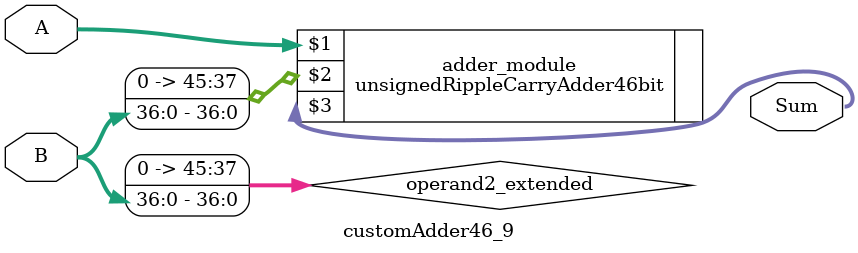
<source format=v>
module customAdder46_9(
                        input [45 : 0] A,
                        input [36 : 0] B,
                        
                        output [46 : 0] Sum
                );

        wire [45 : 0] operand2_extended;
        
        assign operand2_extended =  {9'b0, B};
        
        unsignedRippleCarryAdder46bit adder_module(
            A,
            operand2_extended,
            Sum
        );
        
        endmodule
        
</source>
